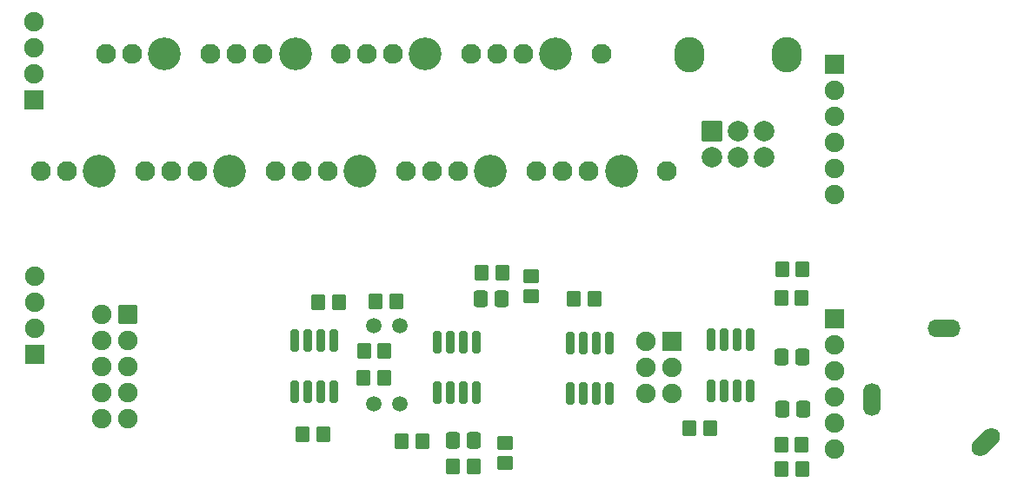
<source format=gbr>
G04 #@! TF.GenerationSoftware,KiCad,Pcbnew,8.0.2*
G04 #@! TF.CreationDate,2025-05-17T16:19:13-07:00*
G04 #@! TF.ProjectId,Exits-1U,45786974-732d-4315-952e-6b696361645f,2.1*
G04 #@! TF.SameCoordinates,Original*
G04 #@! TF.FileFunction,Soldermask,Top*
G04 #@! TF.FilePolarity,Negative*
%FSLAX46Y46*%
G04 Gerber Fmt 4.6, Leading zero omitted, Abs format (unit mm)*
G04 Created by KiCad (PCBNEW 8.0.2) date 2025-05-17 16:19:13*
%MOMM*%
%LPD*%
G01*
G04 APERTURE LIST*
G04 Aperture macros list*
%AMRoundRect*
0 Rectangle with rounded corners*
0 $1 Rounding radius*
0 $2 $3 $4 $5 $6 $7 $8 $9 X,Y pos of 4 corners*
0 Add a 4 corners polygon primitive as box body*
4,1,4,$2,$3,$4,$5,$6,$7,$8,$9,$2,$3,0*
0 Add four circle primitives for the rounded corners*
1,1,$1+$1,$2,$3*
1,1,$1+$1,$4,$5*
1,1,$1+$1,$6,$7*
1,1,$1+$1,$8,$9*
0 Add four rect primitives between the rounded corners*
20,1,$1+$1,$2,$3,$4,$5,0*
20,1,$1+$1,$4,$5,$6,$7,0*
20,1,$1+$1,$6,$7,$8,$9,0*
20,1,$1+$1,$8,$9,$2,$3,0*%
%AMHorizOval*
0 Thick line with rounded ends*
0 $1 width*
0 $2 $3 position (X,Y) of the first rounded end (center of the circle)*
0 $4 $5 position (X,Y) of the second rounded end (center of the circle)*
0 Add line between two ends*
20,1,$1,$2,$3,$4,$5,0*
0 Add two circle primitives to create the rounded ends*
1,1,$1,$2,$3*
1,1,$1,$4,$5*%
G04 Aperture macros list end*
%ADD10RoundRect,0.200800X-0.200800X0.875800X-0.200800X-0.875800X0.200800X-0.875800X0.200800X0.875800X0*%
%ADD11C,3.203200*%
%ADD12C,1.930400*%
%ADD13RoundRect,0.292333X-0.409267X-0.509267X0.409267X-0.509267X0.409267X0.509267X-0.409267X0.509267X0*%
%ADD14O,2.923200X3.443200*%
%ADD15RoundRect,0.101600X0.900000X0.900000X-0.900000X0.900000X-0.900000X-0.900000X0.900000X-0.900000X0*%
%ADD16C,2.003200*%
%ADD17RoundRect,0.293234X-0.395866X-0.533366X0.395866X-0.533366X0.395866X0.533366X-0.395866X0.533366X0*%
%ADD18HorizOval,1.712000X-0.533159X-0.533159X0.533159X0.533159X0*%
%ADD19O,1.712000X3.220000*%
%ADD20O,3.220000X1.712000*%
%ADD21RoundRect,0.292333X-0.509267X0.409267X-0.509267X-0.409267X0.509267X-0.409267X0.509267X0.409267X0*%
%ADD22RoundRect,0.292333X0.509267X-0.409267X0.509267X0.409267X-0.509267X0.409267X-0.509267X-0.409267X0*%
%ADD23RoundRect,0.293234X0.395866X0.533366X-0.395866X0.533366X-0.395866X-0.533366X0.395866X-0.533366X0*%
%ADD24RoundRect,0.101600X0.850000X0.850000X-0.850000X0.850000X-0.850000X-0.850000X0.850000X-0.850000X0*%
%ADD25O,1.903200X1.903200*%
%ADD26RoundRect,0.101600X-0.850000X-0.850000X0.850000X-0.850000X0.850000X0.850000X-0.850000X0.850000X0*%
%ADD27RoundRect,0.279883X0.671717X0.671717X-0.671717X0.671717X-0.671717X-0.671717X0.671717X-0.671717X0*%
%ADD28C,1.903200*%
%ADD29C,1.503200*%
G04 APERTURE END LIST*
D10*
X124358400Y-135802600D03*
X123088400Y-135802600D03*
X121818400Y-135802600D03*
X120548400Y-135802600D03*
X120548400Y-140752600D03*
X121818400Y-140752600D03*
X123088400Y-140752600D03*
X124358400Y-140752600D03*
D11*
X73660000Y-119354600D03*
D12*
X67945000Y-119354600D03*
X70485000Y-119354600D03*
X78105000Y-119354600D03*
D10*
X97713800Y-136005800D03*
X96443800Y-136005800D03*
X95173800Y-136005800D03*
X93903800Y-136005800D03*
X93903800Y-140955800D03*
X95173800Y-140955800D03*
X96443800Y-140955800D03*
X97713800Y-140955800D03*
D11*
X60960000Y-119354600D03*
D12*
X55245000Y-119354600D03*
X57785000Y-119354600D03*
X65405000Y-119354600D03*
D13*
X82312000Y-132080000D03*
X84312000Y-132080000D03*
D11*
X67310000Y-107924600D03*
D12*
X61595000Y-107924600D03*
X64135000Y-107924600D03*
X71755000Y-107924600D03*
D13*
X98212400Y-129235200D03*
X100212400Y-129235200D03*
D14*
X118414800Y-107950000D03*
X127914800Y-107950000D03*
D15*
X120664800Y-115450000D03*
D16*
X123164800Y-115450000D03*
X125664800Y-115450000D03*
X120664800Y-117950000D03*
X123164800Y-117950000D03*
X125664800Y-117950000D03*
D13*
X95418400Y-148132800D03*
X97418400Y-148132800D03*
D10*
X83794600Y-135853400D03*
X82524600Y-135853400D03*
X81254600Y-135853400D03*
X79984600Y-135853400D03*
X79984600Y-140803400D03*
X81254600Y-140803400D03*
X82524600Y-140803400D03*
X83794600Y-140803400D03*
D17*
X95380900Y-145592800D03*
X97455900Y-145592800D03*
D13*
X127457200Y-128930400D03*
X129457200Y-128930400D03*
X86680800Y-139446000D03*
X88680800Y-139446000D03*
X107153200Y-131775200D03*
X109153200Y-131775200D03*
X127355600Y-145999200D03*
X129355600Y-145999200D03*
X118446800Y-144424400D03*
X120446800Y-144424400D03*
D11*
X111810800Y-119354600D03*
D12*
X106095800Y-119354600D03*
X108635800Y-119354600D03*
X116255800Y-119354600D03*
D18*
X147293200Y-145718400D03*
D19*
X136197200Y-141622400D03*
D20*
X143197200Y-134622400D03*
D13*
X80788000Y-144983200D03*
X82788000Y-144983200D03*
D21*
X100431600Y-145812000D03*
X100431600Y-147812000D03*
D11*
X99057800Y-119354600D03*
D12*
X93342800Y-119354600D03*
X95882800Y-119354600D03*
X103502800Y-119354600D03*
D22*
X102971600Y-131556000D03*
X102971600Y-129556000D03*
D23*
X129545500Y-142494000D03*
X127470500Y-142494000D03*
D11*
X80060800Y-107924600D03*
D12*
X74345800Y-107924600D03*
X76885800Y-107924600D03*
X84505800Y-107924600D03*
D24*
X54660800Y-137160000D03*
D25*
X54660800Y-134620000D03*
X54660800Y-132080000D03*
X54660800Y-129540000D03*
D11*
X86360000Y-119354600D03*
D12*
X80645000Y-119354600D03*
X83185000Y-119354600D03*
X90805000Y-119354600D03*
D13*
X127406400Y-148386800D03*
X129406400Y-148386800D03*
D10*
X110642400Y-136070800D03*
X109372400Y-136070800D03*
X108102400Y-136070800D03*
X106832400Y-136070800D03*
X106832400Y-141020800D03*
X108102400Y-141020800D03*
X109372400Y-141020800D03*
X110642400Y-141020800D03*
D11*
X92707800Y-107924600D03*
D12*
X86992800Y-107924600D03*
X89532800Y-107924600D03*
X97152800Y-107924600D03*
D13*
X127355600Y-131724400D03*
X129355600Y-131724400D03*
D11*
X105410000Y-107924600D03*
D12*
X99695000Y-107924600D03*
X102235000Y-107924600D03*
X109855000Y-107924600D03*
D17*
X98073300Y-131775200D03*
X100148300Y-131775200D03*
D13*
X87900000Y-132029200D03*
X89900000Y-132029200D03*
X86731600Y-136855200D03*
X88731600Y-136855200D03*
D23*
X129443900Y-137414000D03*
X127368900Y-137414000D03*
D13*
X90440000Y-145694400D03*
X92440000Y-145694400D03*
D26*
X132588000Y-133705600D03*
D25*
X132588000Y-136245600D03*
X132588000Y-138785600D03*
X132588000Y-141325600D03*
X132588000Y-143865600D03*
X132588000Y-146405600D03*
D24*
X132588000Y-108915200D03*
D25*
X132588000Y-111455200D03*
X132588000Y-113995200D03*
X132588000Y-116535200D03*
X132588000Y-119075200D03*
X132588000Y-121615200D03*
D24*
X116743400Y-135905000D03*
D25*
X114203400Y-135905000D03*
X116743400Y-138445000D03*
X114203400Y-138445000D03*
X116743400Y-140985000D03*
X114203400Y-140985000D03*
D27*
X63754000Y-133299200D03*
D28*
X61214000Y-133299200D03*
X63754000Y-135839200D03*
X61214000Y-135839200D03*
X63754000Y-138379200D03*
X61214000Y-138379200D03*
X63754000Y-140919200D03*
X61214000Y-140919200D03*
X63754000Y-143459200D03*
X61214000Y-143459200D03*
D29*
X90220800Y-142036800D03*
X87680800Y-142036800D03*
X90220800Y-134436800D03*
X87680800Y-134436800D03*
D26*
X54610000Y-112369600D03*
D25*
X54610000Y-109829600D03*
X54610000Y-107289600D03*
X54610000Y-104749600D03*
M02*

</source>
